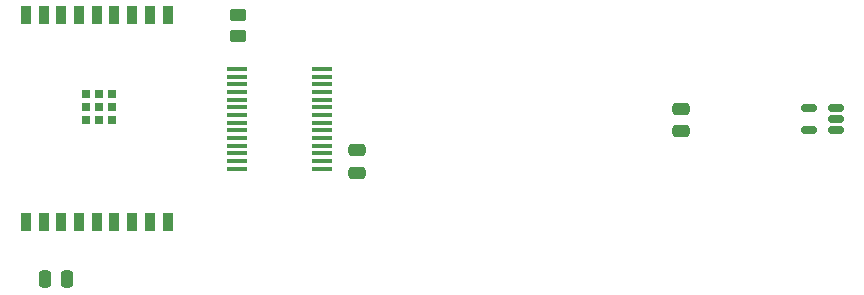
<source format=gtp>
%TF.GenerationSoftware,KiCad,Pcbnew,9.0.4*%
%TF.CreationDate,2025-11-02T13:41:35-05:00*%
%TF.ProjectId,C3I_TETRIS,4333495f-5445-4545-9249-532e6b696361,rev?*%
%TF.SameCoordinates,Original*%
%TF.FileFunction,Paste,Top*%
%TF.FilePolarity,Positive*%
%FSLAX46Y46*%
G04 Gerber Fmt 4.6, Leading zero omitted, Abs format (unit mm)*
G04 Created by KiCad (PCBNEW 9.0.4) date 2025-11-02 13:41:35*
%MOMM*%
%LPD*%
G01*
G04 APERTURE LIST*
G04 Aperture macros list*
%AMRoundRect*
0 Rectangle with rounded corners*
0 $1 Rounding radius*
0 $2 $3 $4 $5 $6 $7 $8 $9 X,Y pos of 4 corners*
0 Add a 4 corners polygon primitive as box body*
4,1,4,$2,$3,$4,$5,$6,$7,$8,$9,$2,$3,0*
0 Add four circle primitives for the rounded corners*
1,1,$1+$1,$2,$3*
1,1,$1+$1,$4,$5*
1,1,$1+$1,$6,$7*
1,1,$1+$1,$8,$9*
0 Add four rect primitives between the rounded corners*
20,1,$1+$1,$2,$3,$4,$5,0*
20,1,$1+$1,$4,$5,$6,$7,0*
20,1,$1+$1,$6,$7,$8,$9,0*
20,1,$1+$1,$8,$9,$2,$3,0*%
G04 Aperture macros list end*
%ADD10RoundRect,0.150000X0.512500X0.150000X-0.512500X0.150000X-0.512500X-0.150000X0.512500X-0.150000X0*%
%ADD11RoundRect,0.250000X-0.475000X0.250000X-0.475000X-0.250000X0.475000X-0.250000X0.475000X0.250000X0*%
%ADD12R,1.750000X0.450000*%
%ADD13RoundRect,0.250000X0.250000X0.475000X-0.250000X0.475000X-0.250000X-0.475000X0.250000X-0.475000X0*%
%ADD14RoundRect,0.250000X-0.450000X0.262500X-0.450000X-0.262500X0.450000X-0.262500X0.450000X0.262500X0*%
%ADD15R,0.700000X0.700000*%
%ADD16R,0.900000X1.500000*%
G04 APERTURE END LIST*
D10*
%TO.C,U4*%
X187112500Y-95450000D03*
X187112500Y-94500000D03*
X187112500Y-93550000D03*
X184837500Y-93550000D03*
X184837500Y-95450000D03*
%TD*%
D11*
%TO.C,C1*%
X146550000Y-97150000D03*
X146550000Y-99050000D03*
%TD*%
D12*
%TO.C,U2*%
X136450000Y-90275000D03*
X136450000Y-90925000D03*
X136450000Y-91575000D03*
X136450000Y-92225000D03*
X136450000Y-92875000D03*
X136450000Y-93525000D03*
X136450000Y-94175000D03*
X136450000Y-94825000D03*
X136450000Y-95475000D03*
X136450000Y-96125000D03*
X136450000Y-96775000D03*
X136450000Y-97425000D03*
X136450000Y-98075000D03*
X136450000Y-98725000D03*
X143650000Y-98725000D03*
X143650000Y-98075000D03*
X143650000Y-97425000D03*
X143650000Y-96775000D03*
X143650000Y-96125000D03*
X143650000Y-95475000D03*
X143650000Y-94825000D03*
X143650000Y-94175000D03*
X143650000Y-93525000D03*
X143650000Y-92875000D03*
X143650000Y-92225000D03*
X143650000Y-91575000D03*
X143650000Y-90925000D03*
X143650000Y-90275000D03*
%TD*%
D13*
%TO.C,C3*%
X122050000Y-108100000D03*
X120150000Y-108100000D03*
%TD*%
D11*
%TO.C,C2*%
X174050000Y-93650000D03*
X174050000Y-95550000D03*
%TD*%
D14*
%TO.C,R1*%
X136550000Y-85687500D03*
X136550000Y-87512500D03*
%TD*%
D15*
%TO.C,U1*%
X123650000Y-94640000D03*
X124750000Y-94640000D03*
X125850000Y-94640000D03*
X123650000Y-93540000D03*
X124750000Y-93540000D03*
X125850000Y-93540000D03*
X123650000Y-92440000D03*
X124750000Y-92440000D03*
X125850000Y-92440000D03*
D16*
X118550000Y-103250000D03*
X120050000Y-103250000D03*
X121550000Y-103250000D03*
X123050000Y-103250000D03*
X124550000Y-103250000D03*
X126050000Y-103250000D03*
X127550000Y-103250000D03*
X129050000Y-103250000D03*
X130550000Y-103250000D03*
X130550000Y-85750000D03*
X129050000Y-85750000D03*
X127550000Y-85750000D03*
X126050000Y-85750000D03*
X124550000Y-85750000D03*
X123050000Y-85750000D03*
X121550000Y-85750000D03*
X120050000Y-85750000D03*
X118550000Y-85750000D03*
%TD*%
M02*

</source>
